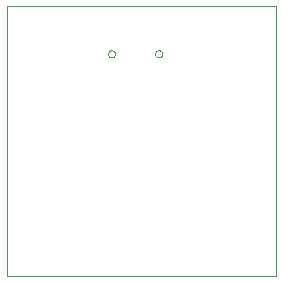
<source format=gko>
G75*
%MOIN*%
%OFA0B0*%
%FSLAX24Y24*%
%IPPOS*%
%LPD*%
%AMOC8*
5,1,8,0,0,1.08239X$1,22.5*
%
%ADD10C,0.0000*%
D10*
X000780Y000742D02*
X000780Y009742D01*
X009768Y009742D01*
X009768Y000742D01*
X000780Y000742D01*
X004156Y008156D02*
X004158Y008177D01*
X004164Y008197D01*
X004173Y008217D01*
X004185Y008234D01*
X004200Y008248D01*
X004218Y008260D01*
X004238Y008268D01*
X004258Y008273D01*
X004279Y008274D01*
X004300Y008271D01*
X004320Y008265D01*
X004339Y008254D01*
X004356Y008241D01*
X004369Y008225D01*
X004380Y008207D01*
X004388Y008187D01*
X004392Y008167D01*
X004392Y008145D01*
X004388Y008125D01*
X004380Y008105D01*
X004369Y008087D01*
X004356Y008071D01*
X004339Y008058D01*
X004320Y008047D01*
X004300Y008041D01*
X004279Y008038D01*
X004258Y008039D01*
X004238Y008044D01*
X004218Y008052D01*
X004200Y008064D01*
X004185Y008078D01*
X004173Y008095D01*
X004164Y008115D01*
X004158Y008135D01*
X004156Y008156D01*
X005730Y008156D02*
X005732Y008177D01*
X005738Y008197D01*
X005747Y008217D01*
X005759Y008234D01*
X005774Y008248D01*
X005792Y008260D01*
X005812Y008268D01*
X005832Y008273D01*
X005853Y008274D01*
X005874Y008271D01*
X005894Y008265D01*
X005913Y008254D01*
X005930Y008241D01*
X005943Y008225D01*
X005954Y008207D01*
X005962Y008187D01*
X005966Y008167D01*
X005966Y008145D01*
X005962Y008125D01*
X005954Y008105D01*
X005943Y008087D01*
X005930Y008071D01*
X005913Y008058D01*
X005894Y008047D01*
X005874Y008041D01*
X005853Y008038D01*
X005832Y008039D01*
X005812Y008044D01*
X005792Y008052D01*
X005774Y008064D01*
X005759Y008078D01*
X005747Y008095D01*
X005738Y008115D01*
X005732Y008135D01*
X005730Y008156D01*
M02*

</source>
